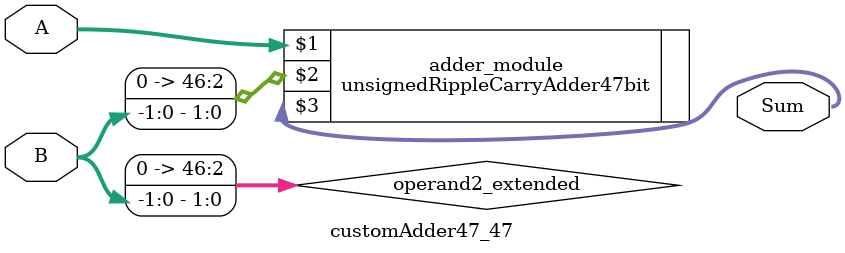
<source format=v>
module customAdder47_47(
                        input [46 : 0] A,
                        input [-1 : 0] B,
                        
                        output [47 : 0] Sum
                );

        wire [46 : 0] operand2_extended;
        
        assign operand2_extended =  {47'b0, B};
        
        unsignedRippleCarryAdder47bit adder_module(
            A,
            operand2_extended,
            Sum
        );
        
        endmodule
        
</source>
